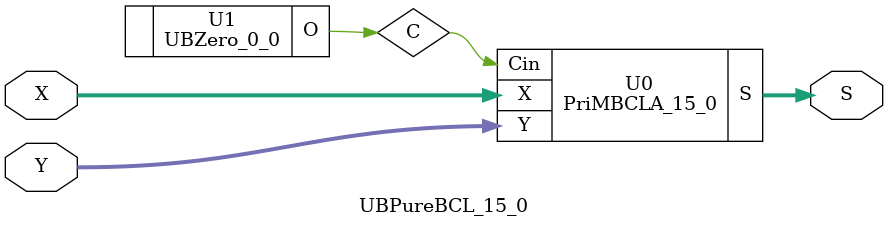
<source format=v>
/*----------------------------------------------------------------------------
  Copyright (c) 2021 Homma laboratory. All rights reserved.

  Top module: UBBCL_15_0_15_0

  Operand-1 length: 16
  Operand-2 length: 16
  Two-operand addition algorithm: Block carry look-ahead adder
----------------------------------------------------------------------------*/

module GPGenerator(Go, Po, A, B);
  output Go;
  output Po;
  input A;
  input B;
  assign Go = A & B;
  assign Po = A ^ B;
endmodule

module BCLAU_4(Go, Po, G, P, Cin);
  output Go;
  output Po;
  input Cin;
  input [3:0] G;
  input [3:0] P;
  assign Po = P[0] & P[1] & P[2] & P[3];
  assign Go = G[3] | ( P[3] & G[2] ) | ( P[3] & P[2] & G[1] ) | ( P[3] & P[2] & P[1] & G[0] );
endmodule

module BCLAlU_4(Go, Po, S, X, Y, Cin);
  output Go;
  output Po;
  output [3:0] S;
  input Cin;
  input [3:0] X;
  input [3:0] Y;
  wire [3:1] C;
  wire [3:0] G;
  wire [3:0] P;
  assign C[1] = G[0] | ( P[0] & Cin );
  assign C[2] = G[1] | ( P[1] & C[1] );
  assign C[3] = G[2] | ( P[2] & C[2] );
  assign S[0] = P[0] ^ Cin;
  assign S[1] = P[1] ^ C[1];
  assign S[2] = P[2] ^ C[2];
  assign S[3] = P[3] ^ C[3];
  GPGenerator U0 (G[0], P[0], X[0], Y[0]);
  GPGenerator U1 (G[1], P[1], X[1], Y[1]);
  GPGenerator U2 (G[2], P[2], X[2], Y[2]);
  GPGenerator U3 (G[3], P[3], X[3], Y[3]);
  BCLAU_4 U4 (Go, Po, G, P, Cin);
endmodule

module PriMBCLA_15_0(S, X, Y, Cin);
  output [16:0] S;
  input Cin;
  input [15:0] X;
  input [15:0] Y;
  wire [3:0] C1;
  wire [3:0] G1;
  wire [3:0] P1;
  assign C1[0] = Cin;
  assign C1[1] = G1[0] | ( P1[0] & C1[0] );
  assign C1[2] = G1[1] | ( P1[1] & C1[1] );
  assign C1[3] = G1[2] | ( P1[2] & C1[2] );
  assign S[16] = G1[3] | ( P1[3] & C1[3] );
  BCLAlU_4 U0 (G1[0], P1[0], S[3:0], X[3:0], Y[3:0], C1[0]);
  BCLAlU_4 U1 (G1[1], P1[1], S[7:4], X[7:4], Y[7:4], C1[1]);
  BCLAlU_4 U2 (G1[2], P1[2], S[11:8], X[11:8], Y[11:8], C1[2]);
  BCLAlU_4 U3 (G1[3], P1[3], S[15:12], X[15:12], Y[15:12], C1[3]);
endmodule

module UBZero_0_0(O);
  output [0:0] O;
  assign O[0] = 0;
endmodule

module UBBCL_15_0_15_0 (S, X, Y);
  output [16:0] S;
  input [15:0] X;
  input [15:0] Y;
  UBPureBCL_15_0 U0 (S[16:0], X[15:0], Y[15:0]);
endmodule

module UBPureBCL_15_0 (S, X, Y);
  output [16:0] S;
  input [15:0] X;
  input [15:0] Y;
  wire C;
  PriMBCLA_15_0 U0 (S, X, Y, C);
  UBZero_0_0 U1 (C);
endmodule


</source>
